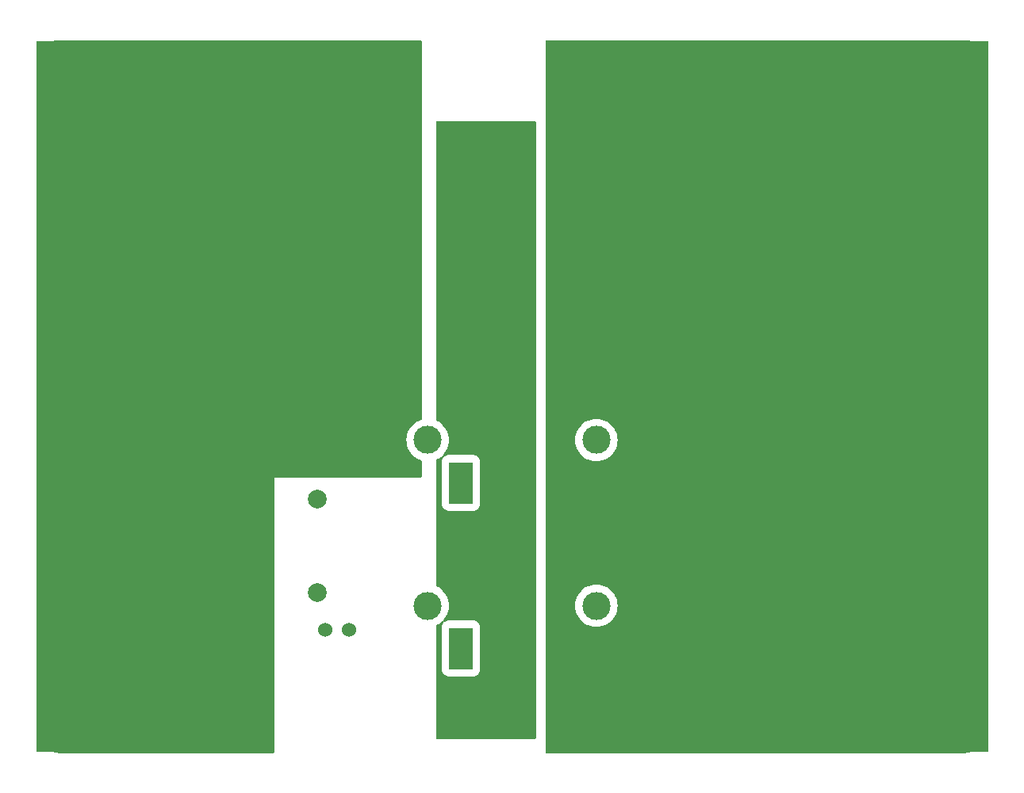
<source format=gbl>
G04 #@! TF.GenerationSoftware,KiCad,Pcbnew,7.0.5*
G04 #@! TF.CreationDate,2024-02-22T21:47:11-06:00*
G04 #@! TF.ProjectId,CoilFiringBoard_Hardware,436f696c-4669-4726-996e-67426f617264,rev?*
G04 #@! TF.SameCoordinates,Original*
G04 #@! TF.FileFunction,Copper,L2,Bot*
G04 #@! TF.FilePolarity,Positive*
%FSLAX46Y46*%
G04 Gerber Fmt 4.6, Leading zero omitted, Abs format (unit mm)*
G04 Created by KiCad (PCBNEW 7.0.5) date 2024-02-22 21:47:11*
%MOMM*%
%LPD*%
G01*
G04 APERTURE LIST*
G04 #@! TA.AperFunction,ComponentPad*
%ADD10C,3.000000*%
G04 #@! TD*
G04 #@! TA.AperFunction,ComponentPad*
%ADD11R,25.400000X38.100000*%
G04 #@! TD*
G04 #@! TA.AperFunction,ComponentPad*
%ADD12C,2.000000*%
G04 #@! TD*
G04 #@! TA.AperFunction,ComponentPad*
%ADD13R,3.200000X3.200000*%
G04 #@! TD*
G04 #@! TA.AperFunction,ComponentPad*
%ADD14O,3.200000X3.200000*%
G04 #@! TD*
G04 #@! TA.AperFunction,ComponentPad*
%ADD15C,1.524000*%
G04 #@! TD*
G04 #@! TA.AperFunction,ComponentPad*
%ADD16C,3.800000*%
G04 #@! TD*
G04 #@! TA.AperFunction,ComponentPad*
%ADD17R,2.500000X4.500000*%
G04 #@! TD*
G04 #@! TA.AperFunction,ComponentPad*
%ADD18O,2.500000X4.500000*%
G04 #@! TD*
G04 APERTURE END LIST*
D10*
X105300000Y-81356200D03*
X123300000Y-81356200D03*
D11*
X76200000Y-95662750D03*
D12*
X93472000Y-87630000D03*
X93472000Y-97630000D03*
D13*
X101600000Y-50254000D03*
D14*
X114300000Y-50254000D03*
D15*
X96899000Y-101596000D03*
X94359000Y-101596000D03*
D13*
X101600000Y-63500000D03*
D14*
X114300000Y-63500000D03*
D16*
X101600000Y-44196000D03*
D11*
X152400000Y-57753250D03*
D13*
X101600000Y-56896000D03*
D14*
X114300000Y-56896000D03*
D17*
X108850000Y-103632000D03*
D18*
X114300000Y-103632000D03*
X119750000Y-103632000D03*
D11*
X76200000Y-57753250D03*
D16*
X114300000Y-110744000D03*
D10*
X105300000Y-99060000D03*
X123300000Y-99060000D03*
D13*
X101600000Y-70104000D03*
D14*
X114300000Y-70104000D03*
D11*
X152400000Y-95662750D03*
D17*
X108850000Y-85935000D03*
D18*
X114300000Y-85935000D03*
X119750000Y-85935000D03*
G04 #@! TA.AperFunction,Conductor*
G36*
X104591039Y-38628185D02*
G01*
X104636794Y-38680989D01*
X104648000Y-38732500D01*
X104647999Y-79099366D01*
X104628314Y-79166405D01*
X104575510Y-79212160D01*
X104563859Y-79216785D01*
X104432315Y-79261439D01*
X104166332Y-79392607D01*
X104166317Y-79392616D01*
X103919720Y-79557387D01*
X103696737Y-79752937D01*
X103501187Y-79975920D01*
X103336416Y-80222517D01*
X103336407Y-80222532D01*
X103205238Y-80488517D01*
X103109905Y-80769356D01*
X103109902Y-80769370D01*
X103052045Y-81060240D01*
X103052041Y-81060267D01*
X103032645Y-81356192D01*
X103032645Y-81356207D01*
X103052041Y-81652132D01*
X103052042Y-81652142D01*
X103052043Y-81652149D01*
X103052045Y-81652159D01*
X103109902Y-81943029D01*
X103109905Y-81943043D01*
X103205235Y-82223874D01*
X103205244Y-82223895D01*
X103336409Y-82489870D01*
X103336416Y-82489883D01*
X103501187Y-82736479D01*
X103696737Y-82959462D01*
X103870866Y-83112168D01*
X103919722Y-83155014D01*
X104166322Y-83319787D01*
X104310228Y-83390753D01*
X104432304Y-83450955D01*
X104432307Y-83450956D01*
X104432321Y-83450963D01*
X104563858Y-83495614D01*
X104621012Y-83535801D01*
X104647365Y-83600511D01*
X104647999Y-83613032D01*
X104648000Y-85220000D01*
X104628315Y-85287039D01*
X104575512Y-85332794D01*
X104524000Y-85344000D01*
X88900000Y-85344000D01*
X88900000Y-114683500D01*
X88880315Y-114750539D01*
X88827511Y-114796294D01*
X88776000Y-114807500D01*
X66041741Y-114807500D01*
X66038264Y-114807402D01*
X65924508Y-114801013D01*
X65752330Y-114790599D01*
X65745683Y-114789835D01*
X65609655Y-114766722D01*
X65460780Y-114739440D01*
X65454789Y-114738032D01*
X65318604Y-114698798D01*
X65317322Y-114698413D01*
X65177183Y-114654744D01*
X65171899Y-114652831D01*
X65039426Y-114597959D01*
X65037707Y-114597216D01*
X64905398Y-114537668D01*
X64900851Y-114535393D01*
X64774613Y-114465624D01*
X64772528Y-114464419D01*
X64649064Y-114389781D01*
X64645260Y-114387287D01*
X64527272Y-114303571D01*
X64524912Y-114301811D01*
X64411666Y-114213088D01*
X64408589Y-114210512D01*
X64300568Y-114113980D01*
X64298041Y-114111590D01*
X64196408Y-114009957D01*
X64194018Y-114007430D01*
X64097486Y-113899409D01*
X64094910Y-113896332D01*
X64080874Y-113878416D01*
X64006176Y-113783072D01*
X64004427Y-113780726D01*
X63920711Y-113662738D01*
X63918217Y-113658934D01*
X63843579Y-113535470D01*
X63842374Y-113533385D01*
X63772605Y-113407147D01*
X63770330Y-113402600D01*
X63710754Y-113270227D01*
X63710058Y-113268617D01*
X63655164Y-113136092D01*
X63653259Y-113130830D01*
X63609569Y-112990624D01*
X63609200Y-112989394D01*
X63604307Y-112972409D01*
X63569963Y-112853198D01*
X63568561Y-112847232D01*
X63541288Y-112698416D01*
X63518161Y-112562299D01*
X63517401Y-112555691D01*
X63506989Y-112383549D01*
X63502686Y-112306927D01*
X63500598Y-112269735D01*
X63500500Y-112266259D01*
X63500500Y-41149739D01*
X63500598Y-41146262D01*
X63503140Y-41100980D01*
X63506993Y-41032372D01*
X63517401Y-40860304D01*
X63518160Y-40853704D01*
X63541281Y-40717623D01*
X63568562Y-40568758D01*
X63569960Y-40562810D01*
X63609225Y-40426518D01*
X63609552Y-40425428D01*
X63653264Y-40285155D01*
X63655159Y-40279921D01*
X63710080Y-40147330D01*
X63710732Y-40145820D01*
X63770343Y-40013370D01*
X63772599Y-40008861D01*
X63842393Y-39882579D01*
X63843542Y-39880591D01*
X63918221Y-39757057D01*
X63920701Y-39753274D01*
X64004461Y-39635226D01*
X64006145Y-39632967D01*
X64094932Y-39519638D01*
X64097472Y-39516605D01*
X64194052Y-39408531D01*
X64196373Y-39406077D01*
X64298077Y-39304373D01*
X64300531Y-39302052D01*
X64408605Y-39205472D01*
X64411638Y-39202932D01*
X64524967Y-39114145D01*
X64527226Y-39112461D01*
X64645274Y-39028701D01*
X64649057Y-39026221D01*
X64772591Y-38951542D01*
X64774579Y-38950393D01*
X64900861Y-38880599D01*
X64905370Y-38878343D01*
X65037820Y-38818732D01*
X65039330Y-38818080D01*
X65171921Y-38763159D01*
X65177155Y-38761264D01*
X65317428Y-38717552D01*
X65318518Y-38717225D01*
X65454810Y-38677960D01*
X65460758Y-38676562D01*
X65609626Y-38649281D01*
X65745704Y-38626160D01*
X65752304Y-38625401D01*
X65924288Y-38614998D01*
X66015501Y-38609875D01*
X66038264Y-38608598D01*
X66041740Y-38608500D01*
X104524000Y-38608500D01*
X104591039Y-38628185D01*
G37*
G04 #@! TD.AperFunction*
G04 #@! TA.AperFunction,Conductor*
G36*
X116783039Y-47263685D02*
G01*
X116828794Y-47316489D01*
X116840000Y-47368000D01*
X116840000Y-113160000D01*
X116820315Y-113227039D01*
X116767511Y-113272794D01*
X116716000Y-113284000D01*
X106296000Y-113284000D01*
X106228961Y-113264315D01*
X106183206Y-113211511D01*
X106172000Y-113160000D01*
X106172000Y-105932803D01*
X106837500Y-105932803D01*
X106837501Y-105932819D01*
X106848168Y-106037235D01*
X106848169Y-106037241D01*
X106904236Y-106206440D01*
X106997811Y-106358149D01*
X107123851Y-106484189D01*
X107275560Y-106577764D01*
X107444759Y-106633831D01*
X107549189Y-106644500D01*
X110150810Y-106644499D01*
X110255241Y-106633831D01*
X110424440Y-106577764D01*
X110576149Y-106484189D01*
X110702189Y-106358149D01*
X110795764Y-106206440D01*
X110851831Y-106037241D01*
X110862500Y-105932811D01*
X110862499Y-101331190D01*
X110851831Y-101226759D01*
X110795764Y-101057560D01*
X110702189Y-100905851D01*
X110576149Y-100779811D01*
X110424440Y-100686236D01*
X110329117Y-100654649D01*
X110255242Y-100630169D01*
X110255235Y-100630168D01*
X110150812Y-100619500D01*
X107549196Y-100619500D01*
X107549180Y-100619501D01*
X107444757Y-100630169D01*
X107275562Y-100686235D01*
X107275553Y-100686239D01*
X107123373Y-100780105D01*
X107055981Y-100798545D01*
X107005029Y-100782553D01*
X107020328Y-100833532D01*
X107001367Y-100899558D01*
X107001603Y-100899704D01*
X107001083Y-100900546D01*
X107001043Y-100900687D01*
X107000686Y-100901189D01*
X106904237Y-101057557D01*
X106904235Y-101057562D01*
X106848169Y-101226757D01*
X106848168Y-101226764D01*
X106837500Y-101331181D01*
X106837500Y-105932803D01*
X106172000Y-105932803D01*
X106172000Y-101229740D01*
X106191685Y-101162701D01*
X106241156Y-101118528D01*
X106364787Y-101057560D01*
X106433678Y-101023587D01*
X106680278Y-100858814D01*
X106814571Y-100741041D01*
X106877953Y-100711639D01*
X106944145Y-100720754D01*
X106935887Y-100654649D01*
X106965049Y-100592807D01*
X107098813Y-100440279D01*
X107098814Y-100440278D01*
X107263587Y-100193678D01*
X107394763Y-99927679D01*
X107490097Y-99646835D01*
X107547957Y-99355949D01*
X107567355Y-99060000D01*
X107567355Y-99059992D01*
X107547958Y-98764067D01*
X107547957Y-98764051D01*
X107490097Y-98473165D01*
X107394763Y-98192321D01*
X107388657Y-98179939D01*
X107263592Y-97926332D01*
X107263583Y-97926317D01*
X107261364Y-97922996D01*
X107098814Y-97679722D01*
X107055968Y-97630866D01*
X106903262Y-97456737D01*
X106680279Y-97261187D01*
X106433674Y-97096410D01*
X106241156Y-97001471D01*
X106189737Y-96954166D01*
X106172000Y-96890259D01*
X106172000Y-88235803D01*
X106837500Y-88235803D01*
X106837501Y-88235819D01*
X106848168Y-88340235D01*
X106848169Y-88340241D01*
X106904236Y-88509440D01*
X106997811Y-88661149D01*
X107123851Y-88787189D01*
X107275560Y-88880764D01*
X107444759Y-88936831D01*
X107549189Y-88947500D01*
X110150810Y-88947499D01*
X110255241Y-88936831D01*
X110424440Y-88880764D01*
X110576149Y-88787189D01*
X110702189Y-88661149D01*
X110795764Y-88509440D01*
X110851831Y-88340241D01*
X110862500Y-88235811D01*
X110862499Y-83634190D01*
X110851831Y-83529759D01*
X110795764Y-83360560D01*
X110702189Y-83208851D01*
X110576149Y-83082811D01*
X110424440Y-82989236D01*
X110383784Y-82975764D01*
X110255242Y-82933169D01*
X110255235Y-82933168D01*
X110150812Y-82922500D01*
X107549196Y-82922500D01*
X107549180Y-82922501D01*
X107444757Y-82933169D01*
X107275562Y-82989235D01*
X107275557Y-82989237D01*
X107123845Y-83082814D01*
X107118551Y-83087001D01*
X107053754Y-83113138D01*
X107052523Y-83112904D01*
X107037617Y-83164812D01*
X107020587Y-83186075D01*
X106997810Y-83208851D01*
X106904237Y-83360557D01*
X106904235Y-83360562D01*
X106848169Y-83529757D01*
X106848168Y-83529764D01*
X106837500Y-83634181D01*
X106837500Y-88235803D01*
X106172000Y-88235803D01*
X106172000Y-83525936D01*
X106191684Y-83458901D01*
X106241156Y-83414728D01*
X106351004Y-83360557D01*
X106433678Y-83319787D01*
X106680278Y-83155014D01*
X106851146Y-83005166D01*
X106914527Y-82975764D01*
X106920373Y-82976569D01*
X106940450Y-82918068D01*
X106948411Y-82907978D01*
X107098814Y-82736478D01*
X107263587Y-82489878D01*
X107394763Y-82223879D01*
X107490097Y-81943035D01*
X107547957Y-81652149D01*
X107567355Y-81356200D01*
X107567355Y-81356192D01*
X107547958Y-81060267D01*
X107547957Y-81060251D01*
X107490097Y-80769365D01*
X107394763Y-80488521D01*
X107388656Y-80476139D01*
X107263592Y-80222532D01*
X107263583Y-80222517D01*
X107261364Y-80219196D01*
X107098814Y-79975922D01*
X107055968Y-79927066D01*
X106903262Y-79752937D01*
X106680279Y-79557387D01*
X106433674Y-79392610D01*
X106241156Y-79297671D01*
X106189737Y-79250366D01*
X106172000Y-79186459D01*
X106172000Y-47368000D01*
X106191685Y-47300961D01*
X106244489Y-47255206D01*
X106296000Y-47244000D01*
X116716000Y-47244000D01*
X116783039Y-47263685D01*
G37*
G04 #@! TD.AperFunction*
G04 #@! TA.AperFunction,Conductor*
G36*
X162561736Y-38608598D02*
G01*
X162596351Y-38610541D01*
X162675549Y-38614989D01*
X162847691Y-38625401D01*
X162854299Y-38626161D01*
X162990416Y-38649288D01*
X163139232Y-38676561D01*
X163145198Y-38677963D01*
X163281426Y-38717209D01*
X163282624Y-38717569D01*
X163422830Y-38761259D01*
X163428092Y-38763164D01*
X163560617Y-38818058D01*
X163562227Y-38818754D01*
X163694609Y-38878334D01*
X163699147Y-38880605D01*
X163825385Y-38950374D01*
X163827451Y-38951568D01*
X163871408Y-38978141D01*
X163950934Y-39026217D01*
X163954738Y-39028711D01*
X164072726Y-39112427D01*
X164075072Y-39114176D01*
X164170416Y-39188874D01*
X164188332Y-39202910D01*
X164191409Y-39205486D01*
X164299430Y-39302018D01*
X164301957Y-39304408D01*
X164403590Y-39406041D01*
X164405980Y-39408568D01*
X164502512Y-39516589D01*
X164505088Y-39519666D01*
X164593811Y-39632912D01*
X164595571Y-39635272D01*
X164679287Y-39753260D01*
X164681781Y-39757064D01*
X164756419Y-39880528D01*
X164757624Y-39882613D01*
X164827393Y-40008851D01*
X164829668Y-40013398D01*
X164889216Y-40145707D01*
X164889959Y-40147426D01*
X164944831Y-40279899D01*
X164946744Y-40285183D01*
X164990413Y-40425322D01*
X164990798Y-40426604D01*
X165030032Y-40562789D01*
X165031440Y-40568780D01*
X165058722Y-40717655D01*
X165081835Y-40853683D01*
X165082599Y-40860330D01*
X165093013Y-41032508D01*
X165099402Y-41146263D01*
X165099500Y-41149740D01*
X165099500Y-112266259D01*
X165099402Y-112269736D01*
X165093013Y-112383490D01*
X165082599Y-112555668D01*
X165081835Y-112562315D01*
X165058722Y-112698343D01*
X165031440Y-112847218D01*
X165030032Y-112853209D01*
X164990798Y-112989394D01*
X164990413Y-112990676D01*
X164946744Y-113130815D01*
X164944831Y-113136099D01*
X164889959Y-113268572D01*
X164889216Y-113270291D01*
X164829668Y-113402600D01*
X164827393Y-113407147D01*
X164757624Y-113533385D01*
X164756419Y-113535470D01*
X164681781Y-113658934D01*
X164679287Y-113662738D01*
X164595571Y-113780726D01*
X164593811Y-113783086D01*
X164505088Y-113896332D01*
X164502512Y-113899409D01*
X164405980Y-114007430D01*
X164403590Y-114009957D01*
X164301957Y-114111590D01*
X164299430Y-114113980D01*
X164191409Y-114210512D01*
X164188332Y-114213088D01*
X164075086Y-114301811D01*
X164072726Y-114303571D01*
X163954738Y-114387287D01*
X163950934Y-114389781D01*
X163827470Y-114464419D01*
X163825385Y-114465624D01*
X163699147Y-114535393D01*
X163694600Y-114537668D01*
X163562291Y-114597216D01*
X163560572Y-114597959D01*
X163428099Y-114652831D01*
X163422815Y-114654744D01*
X163282676Y-114698413D01*
X163281394Y-114698798D01*
X163145209Y-114738032D01*
X163139218Y-114739440D01*
X162990343Y-114766722D01*
X162854315Y-114789835D01*
X162847668Y-114790599D01*
X162675490Y-114801013D01*
X162561736Y-114807402D01*
X162558259Y-114807500D01*
X117980000Y-114807500D01*
X117912961Y-114787815D01*
X117867206Y-114735011D01*
X117856000Y-114683500D01*
X117856000Y-99060007D01*
X121032645Y-99060007D01*
X121052041Y-99355932D01*
X121052042Y-99355942D01*
X121052043Y-99355949D01*
X121052045Y-99355959D01*
X121109902Y-99646829D01*
X121109905Y-99646843D01*
X121205235Y-99927674D01*
X121205244Y-99927695D01*
X121336409Y-100193670D01*
X121336416Y-100193683D01*
X121501187Y-100440279D01*
X121696737Y-100663262D01*
X121870866Y-100815968D01*
X121919722Y-100858814D01*
X122166322Y-101023587D01*
X122310228Y-101094553D01*
X122432304Y-101154755D01*
X122432309Y-101154757D01*
X122432321Y-101154763D01*
X122713165Y-101250097D01*
X123004051Y-101307957D01*
X123032474Y-101309820D01*
X123299993Y-101327355D01*
X123300000Y-101327355D01*
X123300007Y-101327355D01*
X123536927Y-101311825D01*
X123595949Y-101307957D01*
X123886835Y-101250097D01*
X124167679Y-101154763D01*
X124433678Y-101023587D01*
X124680278Y-100858814D01*
X124903262Y-100663262D01*
X125098814Y-100440278D01*
X125263587Y-100193678D01*
X125394763Y-99927679D01*
X125490097Y-99646835D01*
X125547957Y-99355949D01*
X125567355Y-99060000D01*
X125547957Y-98764051D01*
X125490097Y-98473165D01*
X125394763Y-98192321D01*
X125388657Y-98179939D01*
X125263592Y-97926332D01*
X125263583Y-97926317D01*
X125261364Y-97922996D01*
X125098814Y-97679722D01*
X125055968Y-97630866D01*
X124903262Y-97456737D01*
X124680279Y-97261187D01*
X124433683Y-97096416D01*
X124433680Y-97096414D01*
X124433678Y-97096413D01*
X124433666Y-97096407D01*
X124167695Y-96965244D01*
X124167674Y-96965235D01*
X123886843Y-96869905D01*
X123886837Y-96869903D01*
X123886835Y-96869903D01*
X123595949Y-96812043D01*
X123595942Y-96812042D01*
X123595932Y-96812041D01*
X123300007Y-96792645D01*
X123299993Y-96792645D01*
X123004067Y-96812041D01*
X123004055Y-96812042D01*
X123004051Y-96812043D01*
X123004043Y-96812044D01*
X123004040Y-96812045D01*
X122713170Y-96869902D01*
X122713156Y-96869905D01*
X122432317Y-96965238D01*
X122166332Y-97096407D01*
X122166317Y-97096416D01*
X121919720Y-97261187D01*
X121696737Y-97456737D01*
X121501187Y-97679720D01*
X121336416Y-97926317D01*
X121336407Y-97926332D01*
X121205238Y-98192317D01*
X121109905Y-98473156D01*
X121109902Y-98473170D01*
X121052045Y-98764040D01*
X121052041Y-98764067D01*
X121032645Y-99059992D01*
X121032645Y-99060007D01*
X117856000Y-99060007D01*
X117856000Y-81356207D01*
X121032645Y-81356207D01*
X121052041Y-81652132D01*
X121052042Y-81652142D01*
X121052043Y-81652149D01*
X121052045Y-81652159D01*
X121109902Y-81943029D01*
X121109905Y-81943043D01*
X121205235Y-82223874D01*
X121205244Y-82223895D01*
X121336409Y-82489870D01*
X121336416Y-82489883D01*
X121501187Y-82736479D01*
X121696737Y-82959462D01*
X121870866Y-83112168D01*
X121919722Y-83155014D01*
X122166322Y-83319787D01*
X122310228Y-83390753D01*
X122432304Y-83450955D01*
X122432309Y-83450957D01*
X122432321Y-83450963D01*
X122713165Y-83546297D01*
X123004051Y-83604157D01*
X123032474Y-83606020D01*
X123299993Y-83623555D01*
X123300000Y-83623555D01*
X123300007Y-83623555D01*
X123536927Y-83608025D01*
X123595949Y-83604157D01*
X123886835Y-83546297D01*
X124167679Y-83450963D01*
X124433678Y-83319787D01*
X124680278Y-83155014D01*
X124903262Y-82959462D01*
X125098814Y-82736478D01*
X125263587Y-82489878D01*
X125394763Y-82223879D01*
X125490097Y-81943035D01*
X125547957Y-81652149D01*
X125567355Y-81356200D01*
X125547957Y-81060251D01*
X125490097Y-80769365D01*
X125394763Y-80488521D01*
X125388657Y-80476139D01*
X125263592Y-80222532D01*
X125263583Y-80222517D01*
X125261364Y-80219196D01*
X125098814Y-79975922D01*
X125055968Y-79927066D01*
X124903262Y-79752937D01*
X124680279Y-79557387D01*
X124433683Y-79392616D01*
X124433680Y-79392614D01*
X124433678Y-79392613D01*
X124433666Y-79392607D01*
X124167695Y-79261444D01*
X124167674Y-79261435D01*
X123886843Y-79166105D01*
X123886837Y-79166103D01*
X123886835Y-79166103D01*
X123595949Y-79108243D01*
X123595942Y-79108242D01*
X123595932Y-79108241D01*
X123300007Y-79088845D01*
X123299993Y-79088845D01*
X123004067Y-79108241D01*
X123004055Y-79108242D01*
X123004051Y-79108243D01*
X123004043Y-79108244D01*
X123004040Y-79108245D01*
X122713170Y-79166102D01*
X122713156Y-79166105D01*
X122432317Y-79261438D01*
X122166332Y-79392607D01*
X122166317Y-79392616D01*
X121919720Y-79557387D01*
X121696737Y-79752937D01*
X121501187Y-79975920D01*
X121336416Y-80222517D01*
X121336407Y-80222532D01*
X121205238Y-80488517D01*
X121109905Y-80769356D01*
X121109902Y-80769370D01*
X121052045Y-81060240D01*
X121052041Y-81060267D01*
X121032645Y-81356192D01*
X121032645Y-81356207D01*
X117856000Y-81356207D01*
X117856000Y-38732500D01*
X117875685Y-38665461D01*
X117928489Y-38619706D01*
X117980000Y-38608500D01*
X162558260Y-38608500D01*
X162561736Y-38608598D01*
G37*
G04 #@! TD.AperFunction*
M02*

</source>
